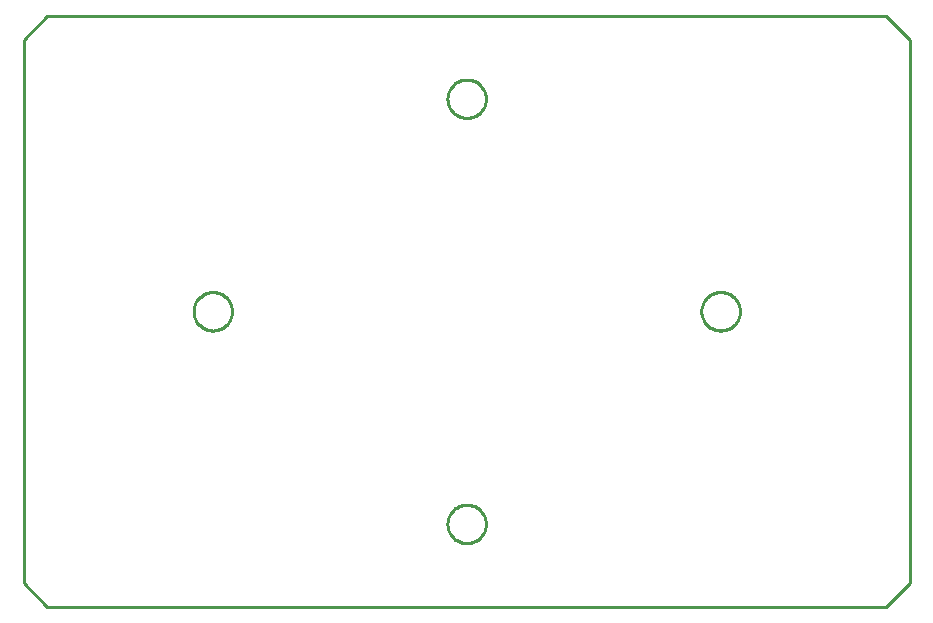
<source format=gko>
G04 EAGLE Gerber RS-274X export*
G75*
%MOMM*%
%FSLAX34Y34*%
%LPD*%
%IN*%
%IPPOS*%
%AMOC8*
5,1,8,0,0,1.08239X$1,22.5*%
G01*
%ADD10C,0.254000*%


D10*
X0Y20000D02*
X20000Y0D01*
X730000Y0D01*
X750000Y20000D01*
X750000Y480000D01*
X730000Y500000D01*
X20000Y500000D01*
X0Y480000D01*
X0Y20000D01*
X176250Y249468D02*
X176180Y248406D01*
X176042Y247352D01*
X175834Y246308D01*
X175559Y245280D01*
X175217Y244273D01*
X174809Y243290D01*
X174339Y242336D01*
X173807Y241414D01*
X173216Y240530D01*
X172568Y239686D01*
X171867Y238886D01*
X171114Y238133D01*
X170314Y237432D01*
X169470Y236784D01*
X168586Y236193D01*
X167664Y235661D01*
X166710Y235191D01*
X165727Y234783D01*
X164720Y234441D01*
X163692Y234166D01*
X162648Y233958D01*
X161594Y233820D01*
X160532Y233750D01*
X159468Y233750D01*
X158406Y233820D01*
X157352Y233958D01*
X156308Y234166D01*
X155280Y234441D01*
X154273Y234783D01*
X153290Y235191D01*
X152336Y235661D01*
X151414Y236193D01*
X150530Y236784D01*
X149686Y237432D01*
X148886Y238133D01*
X148133Y238886D01*
X147432Y239686D01*
X146784Y240530D01*
X146193Y241414D01*
X145661Y242336D01*
X145191Y243290D01*
X144783Y244273D01*
X144441Y245280D01*
X144166Y246308D01*
X143958Y247352D01*
X143820Y248406D01*
X143750Y249468D01*
X143750Y250532D01*
X143820Y251594D01*
X143958Y252648D01*
X144166Y253692D01*
X144441Y254720D01*
X144783Y255727D01*
X145191Y256710D01*
X145661Y257664D01*
X146193Y258586D01*
X146784Y259470D01*
X147432Y260314D01*
X148133Y261114D01*
X148886Y261867D01*
X149686Y262568D01*
X150530Y263216D01*
X151414Y263807D01*
X152336Y264339D01*
X153290Y264809D01*
X154273Y265217D01*
X155280Y265559D01*
X156308Y265834D01*
X157352Y266042D01*
X158406Y266180D01*
X159468Y266250D01*
X160532Y266250D01*
X161594Y266180D01*
X162648Y266042D01*
X163692Y265834D01*
X164720Y265559D01*
X165727Y265217D01*
X166710Y264809D01*
X167664Y264339D01*
X168586Y263807D01*
X169470Y263216D01*
X170314Y262568D01*
X171114Y261867D01*
X171867Y261114D01*
X172568Y260314D01*
X173216Y259470D01*
X173807Y258586D01*
X174339Y257664D01*
X174809Y256710D01*
X175217Y255727D01*
X175559Y254720D01*
X175834Y253692D01*
X176042Y252648D01*
X176180Y251594D01*
X176250Y250532D01*
X176250Y249468D01*
X606250Y249468D02*
X606180Y248406D01*
X606042Y247352D01*
X605834Y246308D01*
X605559Y245280D01*
X605217Y244273D01*
X604809Y243290D01*
X604339Y242336D01*
X603807Y241414D01*
X603216Y240530D01*
X602568Y239686D01*
X601867Y238886D01*
X601114Y238133D01*
X600314Y237432D01*
X599470Y236784D01*
X598586Y236193D01*
X597664Y235661D01*
X596710Y235191D01*
X595727Y234783D01*
X594720Y234441D01*
X593692Y234166D01*
X592648Y233958D01*
X591594Y233820D01*
X590532Y233750D01*
X589468Y233750D01*
X588406Y233820D01*
X587352Y233958D01*
X586308Y234166D01*
X585280Y234441D01*
X584273Y234783D01*
X583290Y235191D01*
X582336Y235661D01*
X581414Y236193D01*
X580530Y236784D01*
X579686Y237432D01*
X578886Y238133D01*
X578133Y238886D01*
X577432Y239686D01*
X576784Y240530D01*
X576193Y241414D01*
X575661Y242336D01*
X575191Y243290D01*
X574783Y244273D01*
X574441Y245280D01*
X574166Y246308D01*
X573958Y247352D01*
X573820Y248406D01*
X573750Y249468D01*
X573750Y250532D01*
X573820Y251594D01*
X573958Y252648D01*
X574166Y253692D01*
X574441Y254720D01*
X574783Y255727D01*
X575191Y256710D01*
X575661Y257664D01*
X576193Y258586D01*
X576784Y259470D01*
X577432Y260314D01*
X578133Y261114D01*
X578886Y261867D01*
X579686Y262568D01*
X580530Y263216D01*
X581414Y263807D01*
X582336Y264339D01*
X583290Y264809D01*
X584273Y265217D01*
X585280Y265559D01*
X586308Y265834D01*
X587352Y266042D01*
X588406Y266180D01*
X589468Y266250D01*
X590532Y266250D01*
X591594Y266180D01*
X592648Y266042D01*
X593692Y265834D01*
X594720Y265559D01*
X595727Y265217D01*
X596710Y264809D01*
X597664Y264339D01*
X598586Y263807D01*
X599470Y263216D01*
X600314Y262568D01*
X601114Y261867D01*
X601867Y261114D01*
X602568Y260314D01*
X603216Y259470D01*
X603807Y258586D01*
X604339Y257664D01*
X604809Y256710D01*
X605217Y255727D01*
X605559Y254720D01*
X605834Y253692D01*
X606042Y252648D01*
X606180Y251594D01*
X606250Y250532D01*
X606250Y249468D01*
X391250Y429468D02*
X391180Y428406D01*
X391042Y427352D01*
X390834Y426308D01*
X390559Y425280D01*
X390217Y424273D01*
X389809Y423290D01*
X389339Y422336D01*
X388807Y421414D01*
X388216Y420530D01*
X387568Y419686D01*
X386867Y418886D01*
X386114Y418133D01*
X385314Y417432D01*
X384470Y416784D01*
X383586Y416193D01*
X382664Y415661D01*
X381710Y415191D01*
X380727Y414783D01*
X379720Y414441D01*
X378692Y414166D01*
X377648Y413958D01*
X376594Y413820D01*
X375532Y413750D01*
X374468Y413750D01*
X373406Y413820D01*
X372352Y413958D01*
X371308Y414166D01*
X370280Y414441D01*
X369273Y414783D01*
X368290Y415191D01*
X367336Y415661D01*
X366414Y416193D01*
X365530Y416784D01*
X364686Y417432D01*
X363886Y418133D01*
X363133Y418886D01*
X362432Y419686D01*
X361784Y420530D01*
X361193Y421414D01*
X360661Y422336D01*
X360191Y423290D01*
X359783Y424273D01*
X359441Y425280D01*
X359166Y426308D01*
X358958Y427352D01*
X358820Y428406D01*
X358750Y429468D01*
X358750Y430532D01*
X358820Y431594D01*
X358958Y432648D01*
X359166Y433692D01*
X359441Y434720D01*
X359783Y435727D01*
X360191Y436710D01*
X360661Y437664D01*
X361193Y438586D01*
X361784Y439470D01*
X362432Y440314D01*
X363133Y441114D01*
X363886Y441867D01*
X364686Y442568D01*
X365530Y443216D01*
X366414Y443807D01*
X367336Y444339D01*
X368290Y444809D01*
X369273Y445217D01*
X370280Y445559D01*
X371308Y445834D01*
X372352Y446042D01*
X373406Y446180D01*
X374468Y446250D01*
X375532Y446250D01*
X376594Y446180D01*
X377648Y446042D01*
X378692Y445834D01*
X379720Y445559D01*
X380727Y445217D01*
X381710Y444809D01*
X382664Y444339D01*
X383586Y443807D01*
X384470Y443216D01*
X385314Y442568D01*
X386114Y441867D01*
X386867Y441114D01*
X387568Y440314D01*
X388216Y439470D01*
X388807Y438586D01*
X389339Y437664D01*
X389809Y436710D01*
X390217Y435727D01*
X390559Y434720D01*
X390834Y433692D01*
X391042Y432648D01*
X391180Y431594D01*
X391250Y430532D01*
X391250Y429468D01*
X391250Y69468D02*
X391180Y68406D01*
X391042Y67352D01*
X390834Y66308D01*
X390559Y65280D01*
X390217Y64273D01*
X389809Y63290D01*
X389339Y62336D01*
X388807Y61414D01*
X388216Y60530D01*
X387568Y59686D01*
X386867Y58886D01*
X386114Y58133D01*
X385314Y57432D01*
X384470Y56784D01*
X383586Y56193D01*
X382664Y55661D01*
X381710Y55191D01*
X380727Y54783D01*
X379720Y54441D01*
X378692Y54166D01*
X377648Y53958D01*
X376594Y53820D01*
X375532Y53750D01*
X374468Y53750D01*
X373406Y53820D01*
X372352Y53958D01*
X371308Y54166D01*
X370280Y54441D01*
X369273Y54783D01*
X368290Y55191D01*
X367336Y55661D01*
X366414Y56193D01*
X365530Y56784D01*
X364686Y57432D01*
X363886Y58133D01*
X363133Y58886D01*
X362432Y59686D01*
X361784Y60530D01*
X361193Y61414D01*
X360661Y62336D01*
X360191Y63290D01*
X359783Y64273D01*
X359441Y65280D01*
X359166Y66308D01*
X358958Y67352D01*
X358820Y68406D01*
X358750Y69468D01*
X358750Y70532D01*
X358820Y71594D01*
X358958Y72648D01*
X359166Y73692D01*
X359441Y74720D01*
X359783Y75727D01*
X360191Y76710D01*
X360661Y77664D01*
X361193Y78586D01*
X361784Y79470D01*
X362432Y80314D01*
X363133Y81114D01*
X363886Y81867D01*
X364686Y82568D01*
X365530Y83216D01*
X366414Y83807D01*
X367336Y84339D01*
X368290Y84809D01*
X369273Y85217D01*
X370280Y85559D01*
X371308Y85834D01*
X372352Y86042D01*
X373406Y86180D01*
X374468Y86250D01*
X375532Y86250D01*
X376594Y86180D01*
X377648Y86042D01*
X378692Y85834D01*
X379720Y85559D01*
X380727Y85217D01*
X381710Y84809D01*
X382664Y84339D01*
X383586Y83807D01*
X384470Y83216D01*
X385314Y82568D01*
X386114Y81867D01*
X386867Y81114D01*
X387568Y80314D01*
X388216Y79470D01*
X388807Y78586D01*
X389339Y77664D01*
X389809Y76710D01*
X390217Y75727D01*
X390559Y74720D01*
X390834Y73692D01*
X391042Y72648D01*
X391180Y71594D01*
X391250Y70532D01*
X391250Y69468D01*
M02*

</source>
